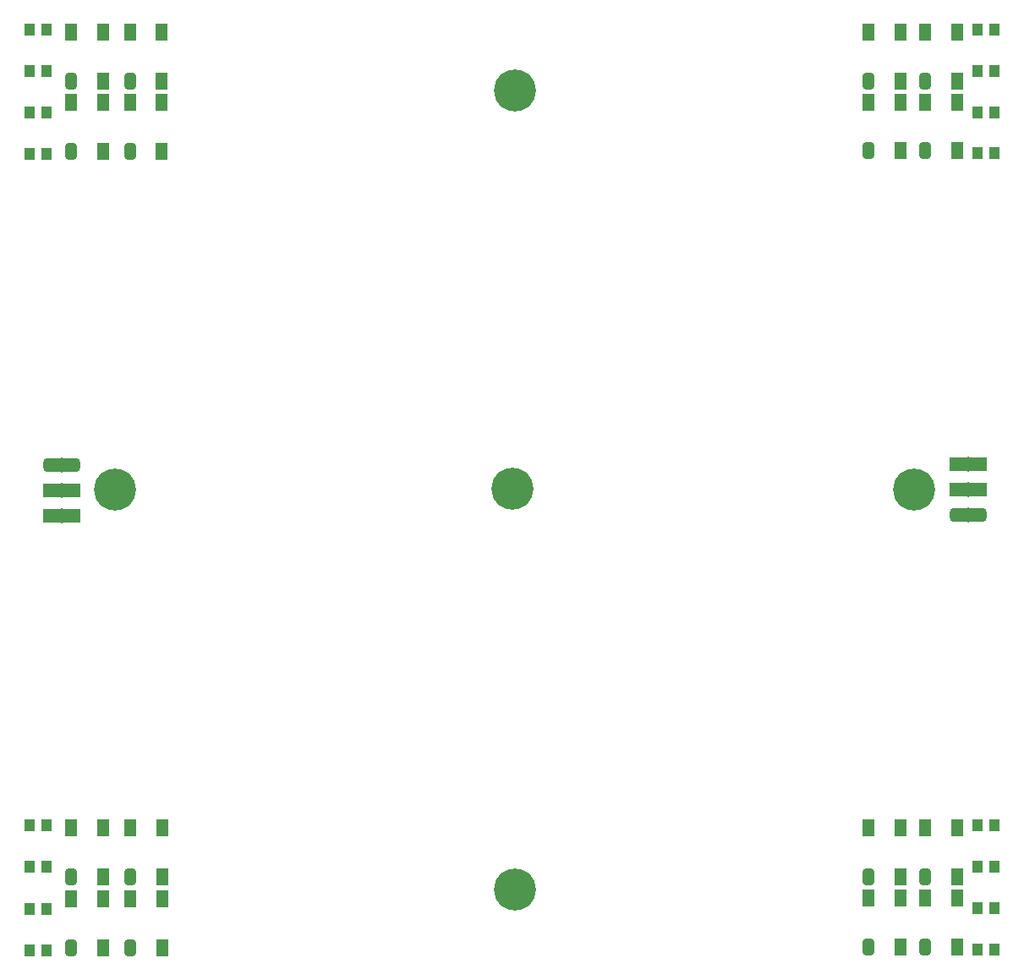
<source format=gts>
G04*
G04 #@! TF.GenerationSoftware,Altium Limited,Altium Designer,21.0.9 (235)*
G04*
G04 Layer_Color=8388736*
%FSLAX44Y44*%
%MOMM*%
G71*
G04*
G04 #@! TF.SameCoordinates,CD1E4018-1162-47FE-B72E-61F81A971E37*
G04*
G04*
G04 #@! TF.FilePolarity,Negative*
G04*
G01*
G75*
%ADD21R,3.7032X1.4032*%
G04:AMPARAMS|DCode=22|XSize=1.4032mm|YSize=3.7032mm|CornerRadius=0.4016mm|HoleSize=0mm|Usage=FLASHONLY|Rotation=90.000|XOffset=0mm|YOffset=0mm|HoleType=Round|Shape=RoundedRectangle|*
%AMROUNDEDRECTD22*
21,1,1.4032,2.9000,0,0,90.0*
21,1,0.6000,3.7032,0,0,90.0*
1,1,0.8032,1.4500,0.3000*
1,1,0.8032,1.4500,-0.3000*
1,1,0.8032,-1.4500,-0.3000*
1,1,0.8032,-1.4500,0.3000*
%
%ADD22ROUNDEDRECTD22*%
%ADD23R,1.0032X1.2032*%
%ADD24R,1.2032X1.7032*%
G04:AMPARAMS|DCode=25|XSize=1.7032mm|YSize=1.2032mm|CornerRadius=0.3516mm|HoleSize=0mm|Usage=FLASHONLY|Rotation=90.000|XOffset=0mm|YOffset=0mm|HoleType=Round|Shape=RoundedRectangle|*
%AMROUNDEDRECTD25*
21,1,1.7032,0.5000,0,0,90.0*
21,1,1.0000,1.2032,0,0,90.0*
1,1,0.7032,0.2500,0.5000*
1,1,0.7032,0.2500,-0.5000*
1,1,0.7032,-0.2500,-0.5000*
1,1,0.7032,-0.2500,0.5000*
%
%ADD25ROUNDEDRECTD25*%
%ADD26C,4.2032*%
%ADD27C,1.4732*%
D21*
X953984Y500402D02*
D03*
Y525802D02*
D03*
X46016Y499598D02*
D03*
Y474198D02*
D03*
D22*
X953984Y475002D02*
D03*
X46016Y524998D02*
D03*
D23*
X980500Y837000D02*
D03*
X963500D02*
D03*
X980500Y878333D02*
D03*
X963500D02*
D03*
X980500Y919667D02*
D03*
X963500D02*
D03*
X980500Y961000D02*
D03*
X963500D02*
D03*
X980500Y164000D02*
D03*
X963500D02*
D03*
X980500Y122500D02*
D03*
X963500D02*
D03*
X980500Y81000D02*
D03*
X963500D02*
D03*
X980500Y39500D02*
D03*
X963500D02*
D03*
X31000Y80667D02*
D03*
X14000D02*
D03*
X31000Y122333D02*
D03*
X14000D02*
D03*
X31000Y836500D02*
D03*
X14000D02*
D03*
X31000Y960563D02*
D03*
X14000D02*
D03*
X31000Y919209D02*
D03*
X14000D02*
D03*
X31000Y877854D02*
D03*
X14000D02*
D03*
X31000Y164000D02*
D03*
X14000D02*
D03*
X31000Y39000D02*
D03*
X14000D02*
D03*
D24*
X943000Y839500D02*
D03*
Y888500D02*
D03*
X911000D02*
D03*
X943000Y42000D02*
D03*
Y91000D02*
D03*
X911000D02*
D03*
X88000Y112500D02*
D03*
Y161500D02*
D03*
X56000D02*
D03*
X88000Y839000D02*
D03*
Y888000D02*
D03*
X56000D02*
D03*
X147000Y41500D02*
D03*
Y90500D02*
D03*
X115000D02*
D03*
X88000Y41500D02*
D03*
Y90500D02*
D03*
X56000D02*
D03*
X146530Y839000D02*
D03*
Y888000D02*
D03*
X114530D02*
D03*
X146530Y909063D02*
D03*
Y958063D02*
D03*
X114530D02*
D03*
X886000Y839500D02*
D03*
Y888500D02*
D03*
X854000D02*
D03*
X886000Y112500D02*
D03*
Y161500D02*
D03*
X854000D02*
D03*
X88000Y909063D02*
D03*
Y958063D02*
D03*
X56000D02*
D03*
X943000Y112500D02*
D03*
Y161500D02*
D03*
X911000D02*
D03*
X886000Y42000D02*
D03*
Y91000D02*
D03*
X854000D02*
D03*
X886000Y909500D02*
D03*
Y958500D02*
D03*
X854000D02*
D03*
X943000Y909500D02*
D03*
Y958500D02*
D03*
X911000D02*
D03*
X147000Y112500D02*
D03*
Y161500D02*
D03*
X115000D02*
D03*
D25*
X911000Y839500D02*
D03*
Y42000D02*
D03*
X56000Y112500D02*
D03*
Y839000D02*
D03*
X115000Y41500D02*
D03*
X56000D02*
D03*
X114530Y839000D02*
D03*
Y909063D02*
D03*
X854000Y839500D02*
D03*
Y112500D02*
D03*
X56000Y909063D02*
D03*
X911000Y112500D02*
D03*
X854000Y42000D02*
D03*
Y909500D02*
D03*
X911000D02*
D03*
X115000Y112500D02*
D03*
D26*
X498000Y501000D02*
D03*
X500000Y900000D02*
D03*
Y100000D02*
D03*
X900000Y500000D02*
D03*
X100000D02*
D03*
D27*
X953984Y475002D02*
D03*
Y500402D02*
D03*
Y525802D02*
D03*
X46016Y474198D02*
D03*
Y499598D02*
D03*
Y524998D02*
D03*
M02*

</source>
